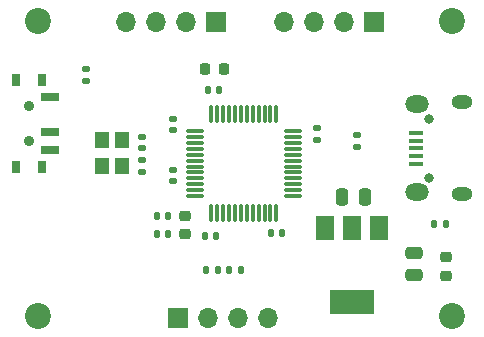
<source format=gbr>
%TF.GenerationSoftware,KiCad,Pcbnew,6.0.6-3a73a75311~116~ubuntu21.10.1*%
%TF.CreationDate,2022-07-26T12:25:36-07:00*%
%TF.ProjectId,SMT32Course,534d5433-3243-46f7-9572-73652e6b6963,0.1*%
%TF.SameCoordinates,Original*%
%TF.FileFunction,Soldermask,Top*%
%TF.FilePolarity,Negative*%
%FSLAX46Y46*%
G04 Gerber Fmt 4.6, Leading zero omitted, Abs format (unit mm)*
G04 Created by KiCad (PCBNEW 6.0.6-3a73a75311~116~ubuntu21.10.1) date 2022-07-26 12:25:36*
%MOMM*%
%LPD*%
G01*
G04 APERTURE LIST*
G04 Aperture macros list*
%AMRoundRect*
0 Rectangle with rounded corners*
0 $1 Rounding radius*
0 $2 $3 $4 $5 $6 $7 $8 $9 X,Y pos of 4 corners*
0 Add a 4 corners polygon primitive as box body*
4,1,4,$2,$3,$4,$5,$6,$7,$8,$9,$2,$3,0*
0 Add four circle primitives for the rounded corners*
1,1,$1+$1,$2,$3*
1,1,$1+$1,$4,$5*
1,1,$1+$1,$6,$7*
1,1,$1+$1,$8,$9*
0 Add four rect primitives between the rounded corners*
20,1,$1+$1,$2,$3,$4,$5,0*
20,1,$1+$1,$4,$5,$6,$7,0*
20,1,$1+$1,$6,$7,$8,$9,0*
20,1,$1+$1,$8,$9,$2,$3,0*%
G04 Aperture macros list end*
%ADD10R,0.800000X1.000000*%
%ADD11C,0.900000*%
%ADD12R,1.500000X0.700000*%
%ADD13C,2.200000*%
%ADD14R,1.200000X1.400000*%
%ADD15RoundRect,0.075000X-0.075000X-0.662500X0.075000X-0.662500X0.075000X0.662500X-0.075000X0.662500X0*%
%ADD16RoundRect,0.075000X-0.662500X-0.075000X0.662500X-0.075000X0.662500X0.075000X-0.662500X0.075000X0*%
%ADD17R,1.500000X2.000000*%
%ADD18R,3.800000X2.000000*%
%ADD19RoundRect,0.135000X-0.135000X-0.185000X0.135000X-0.185000X0.135000X0.185000X-0.135000X0.185000X0*%
%ADD20RoundRect,0.135000X0.135000X0.185000X-0.135000X0.185000X-0.135000X-0.185000X0.135000X-0.185000X0*%
%ADD21RoundRect,0.135000X-0.185000X0.135000X-0.185000X-0.135000X0.185000X-0.135000X0.185000X0.135000X0*%
%ADD22RoundRect,0.135000X0.185000X-0.135000X0.185000X0.135000X-0.185000X0.135000X-0.185000X-0.135000X0*%
%ADD23O,1.700000X1.700000*%
%ADD24R,1.700000X1.700000*%
%ADD25O,0.800000X0.800000*%
%ADD26R,1.300000X0.450000*%
%ADD27O,2.000000X1.450000*%
%ADD28O,1.800000X1.150000*%
%ADD29RoundRect,0.218750X-0.256250X0.218750X-0.256250X-0.218750X0.256250X-0.218750X0.256250X0.218750X0*%
%ADD30RoundRect,0.140000X0.170000X-0.140000X0.170000X0.140000X-0.170000X0.140000X-0.170000X-0.140000X0*%
%ADD31RoundRect,0.140000X-0.140000X-0.170000X0.140000X-0.170000X0.140000X0.170000X-0.140000X0.170000X0*%
%ADD32RoundRect,0.140000X0.140000X0.170000X-0.140000X0.170000X-0.140000X-0.170000X0.140000X-0.170000X0*%
%ADD33RoundRect,0.140000X-0.170000X0.140000X-0.170000X-0.140000X0.170000X-0.140000X0.170000X0.140000X0*%
%ADD34RoundRect,0.225000X-0.225000X-0.250000X0.225000X-0.250000X0.225000X0.250000X-0.225000X0.250000X0*%
%ADD35RoundRect,0.250000X0.475000X-0.250000X0.475000X0.250000X-0.475000X0.250000X-0.475000X-0.250000X0*%
%ADD36RoundRect,0.250000X-0.250000X-0.475000X0.250000X-0.475000X0.250000X0.475000X-0.250000X0.475000X0*%
G04 APERTURE END LIST*
D10*
%TO.C,SW1*%
X88880000Y-59750000D03*
X86670000Y-52450000D03*
X86670000Y-59750000D03*
X88880000Y-52450000D03*
D11*
X87770000Y-57600000D03*
X87770000Y-54600000D03*
D12*
X89530000Y-53850000D03*
X89530000Y-56850000D03*
X89530000Y-58350000D03*
%TD*%
D13*
%TO.C,H4*%
X123525000Y-47400000D03*
%TD*%
%TO.C,H3*%
X123525000Y-72400000D03*
%TD*%
%TO.C,H2*%
X88525000Y-72400000D03*
%TD*%
%TO.C,H1*%
X88525000Y-47400000D03*
%TD*%
D14*
%TO.C,Y1*%
X95595000Y-57500000D03*
X95595000Y-59700000D03*
X93895000Y-59700000D03*
X93895000Y-57500000D03*
%TD*%
D15*
%TO.C,U2*%
X103195000Y-55337500D03*
X103695000Y-55337500D03*
X104195000Y-55337500D03*
X104695000Y-55337500D03*
X105195000Y-55337500D03*
X105695000Y-55337500D03*
X106195000Y-55337500D03*
X106695000Y-55337500D03*
X107195000Y-55337500D03*
X107695000Y-55337500D03*
X108195000Y-55337500D03*
X108695000Y-55337500D03*
D16*
X110107500Y-56750000D03*
X110107500Y-57250000D03*
X110107500Y-57750000D03*
X110107500Y-58250000D03*
X110107500Y-58750000D03*
X110107500Y-59250000D03*
X110107500Y-59750000D03*
X110107500Y-60250000D03*
X110107500Y-60750000D03*
X110107500Y-61250000D03*
X110107500Y-61750000D03*
X110107500Y-62250000D03*
D15*
X108695000Y-63662500D03*
X108195000Y-63662500D03*
X107695000Y-63662500D03*
X107195000Y-63662500D03*
X106695000Y-63662500D03*
X106195000Y-63662500D03*
X105695000Y-63662500D03*
X105195000Y-63662500D03*
X104695000Y-63662500D03*
X104195000Y-63662500D03*
X103695000Y-63662500D03*
X103195000Y-63662500D03*
D16*
X101782500Y-62250000D03*
X101782500Y-61750000D03*
X101782500Y-61250000D03*
X101782500Y-60750000D03*
X101782500Y-60250000D03*
X101782500Y-59750000D03*
X101782500Y-59250000D03*
X101782500Y-58750000D03*
X101782500Y-58250000D03*
X101782500Y-57750000D03*
X101782500Y-57250000D03*
X101782500Y-56750000D03*
%TD*%
D17*
%TO.C,U1*%
X112825000Y-64950000D03*
X115125000Y-64950000D03*
D18*
X115125000Y-71250000D03*
D17*
X117425000Y-64950000D03*
%TD*%
D19*
%TO.C,R5*%
X104715000Y-68500000D03*
X105735000Y-68500000D03*
%TD*%
D20*
%TO.C,R4*%
X103735000Y-68500000D03*
X102715000Y-68500000D03*
%TD*%
D21*
%TO.C,R3*%
X115500000Y-58135000D03*
X115500000Y-57115000D03*
%TD*%
D22*
%TO.C,R2*%
X92600000Y-52535000D03*
X92600000Y-51515000D03*
%TD*%
D20*
%TO.C,R1*%
X123035000Y-64600000D03*
X122015000Y-64600000D03*
%TD*%
D23*
%TO.C,J4*%
X107945000Y-72600000D03*
X105405000Y-72600000D03*
X102865000Y-72600000D03*
D24*
X100325000Y-72600000D03*
%TD*%
%TO.C,J3*%
X116925000Y-47500000D03*
D23*
X114385000Y-47500000D03*
X111845000Y-47500000D03*
X109305000Y-47500000D03*
%TD*%
D24*
%TO.C,J2*%
X103605000Y-47500000D03*
D23*
X101065000Y-47500000D03*
X98525000Y-47500000D03*
X95985000Y-47500000D03*
%TD*%
D25*
%TO.C,J1*%
X121625000Y-60700000D03*
X121625000Y-55700000D03*
D26*
X120525000Y-59500000D03*
X120525000Y-58850000D03*
X120525000Y-58200000D03*
X120525000Y-57550000D03*
X120525000Y-56900000D03*
D27*
X120575000Y-61925000D03*
X120575000Y-54475000D03*
D28*
X124375000Y-62075000D03*
X124375000Y-54325000D03*
%TD*%
D29*
%TO.C,FB1*%
X100945000Y-65487500D03*
X100945000Y-63912500D03*
%TD*%
%TO.C,D1*%
X123025000Y-67412500D03*
X123025000Y-68987500D03*
%TD*%
D30*
%TO.C,C13*%
X97345000Y-59220000D03*
X97345000Y-60180000D03*
%TD*%
%TO.C,C12*%
X97345000Y-57220000D03*
X97345000Y-58180000D03*
%TD*%
D31*
%TO.C,C11*%
X103580000Y-65600000D03*
X102620000Y-65600000D03*
%TD*%
D32*
%TO.C,C10*%
X98565000Y-65500000D03*
X99525000Y-65500000D03*
%TD*%
%TO.C,C9*%
X98565000Y-63900000D03*
X99525000Y-63900000D03*
%TD*%
D30*
%TO.C,C8*%
X99945000Y-60020000D03*
X99945000Y-60980000D03*
%TD*%
D32*
%TO.C,C7*%
X108245000Y-65400000D03*
X109205000Y-65400000D03*
%TD*%
D33*
%TO.C,C6*%
X112145000Y-56520000D03*
X112145000Y-57480000D03*
%TD*%
D31*
%TO.C,C5*%
X103875000Y-53300000D03*
X102915000Y-53300000D03*
%TD*%
D30*
%TO.C,C4*%
X99945000Y-55720000D03*
X99945000Y-56680000D03*
%TD*%
D34*
%TO.C,C3*%
X104220000Y-51500000D03*
X102670000Y-51500000D03*
%TD*%
D35*
%TO.C,C2*%
X120325000Y-68950000D03*
X120325000Y-67050000D03*
%TD*%
D36*
%TO.C,C1*%
X114275000Y-62300000D03*
X116175000Y-62300000D03*
%TD*%
M02*

</source>
